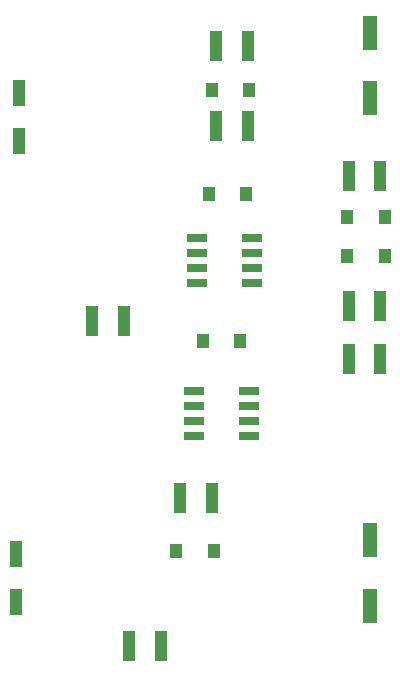
<source format=gbr>
%TF.GenerationSoftware,Altium Limited,Altium Designer,20.0.12 (288)*%
G04 Layer_Color=8421504*
%FSLAX44Y44*%
%MOMM*%
%TF.FileFunction,Paste,Top*%
%TF.Part,Single*%
G01*
G75*
%TA.AperFunction,SMDPad,CuDef*%
%ADD10R,1.2000X2.8500*%
%ADD11R,1.1000X2.2500*%
%ADD12R,1.1000X2.6000*%
%ADD13R,1.0000X1.2000*%
%ADD14R,1.7800X0.7200*%
D10*
X425000Y593750D02*
D03*
X425000Y538250D02*
D03*
X425000Y108750D02*
D03*
X425000Y164250D02*
D03*
D11*
X127500Y542750D02*
D03*
Y502250D02*
D03*
X125000Y152750D02*
D03*
Y112250D02*
D03*
D12*
X216000Y350001D02*
D03*
X189000D02*
D03*
X406500Y317500D02*
D03*
X433500D02*
D03*
X406500Y472500D02*
D03*
X433500D02*
D03*
X294000Y515000D02*
D03*
X321001D02*
D03*
X264000Y200000D02*
D03*
X291000D02*
D03*
X321000Y582500D02*
D03*
X294000D02*
D03*
X433500Y362500D02*
D03*
X406500D02*
D03*
X247500Y75000D02*
D03*
X220500D02*
D03*
D13*
X437500Y437500D02*
D03*
X405500D02*
D03*
X322500Y545000D02*
D03*
X290500D02*
D03*
X292500Y155000D02*
D03*
X260500D02*
D03*
X320000Y457500D02*
D03*
X288000D02*
D03*
X405000Y405000D02*
D03*
X437000D02*
D03*
X315000Y332500D02*
D03*
X283000D02*
D03*
D14*
X278200Y420200D02*
D03*
Y407500D02*
D03*
Y394800D02*
D03*
Y382100D02*
D03*
X325000Y420200D02*
D03*
Y407500D02*
D03*
Y394800D02*
D03*
Y382100D02*
D03*
X275700Y290200D02*
D03*
Y277500D02*
D03*
Y264800D02*
D03*
Y252100D02*
D03*
X322500Y290200D02*
D03*
Y277500D02*
D03*
Y264800D02*
D03*
Y252100D02*
D03*
%TF.MD5,454be7210de8c53e21ccf5f732a0d135*%
M02*

</source>
